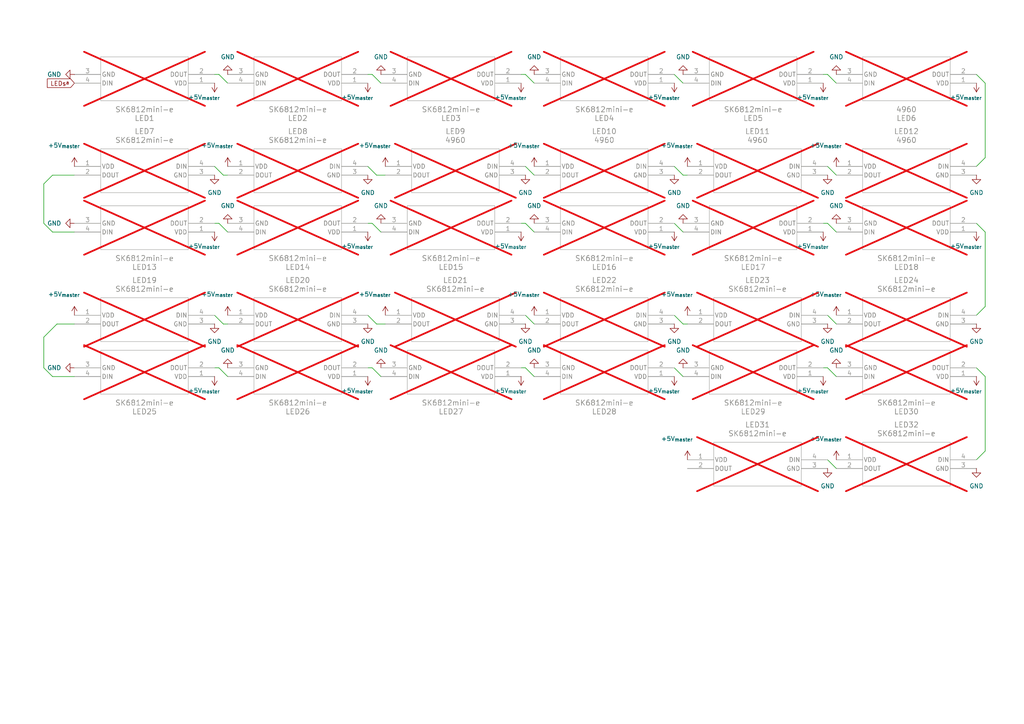
<source format=kicad_sch>
(kicad_sch (version 20250114) (generator "eeschema") (generator_version "9.0")
  (paper "A4")
  (lib_symbols
    (symbol "leds:4960" (pin_names (offset 0.254))
      (property "Reference" "LED" (at 20.32 10.16 0))
      (property "Value" "4960" (at 20.32 7.62 0))
      (symbol "4960_0_1"
        (polyline (pts (xy 7.62 5.08) (xy 7.62 -7.62)) (stroke (width 0.127)))
        (polyline (pts (xy 7.62 -7.62) (xy 33.02 -7.62)) (stroke (width 0.127)))
        (polyline (pts (xy 33.02 5.08) (xy 7.62 5.08)) (stroke (width 0.127)))
        (polyline (pts (xy 33.02 -7.62) (xy 33.02 5.08)) (stroke (width 0.127)))
        (pin power_in line (at 0 0 0) (length 7.62) (name "VDD") (number "1"))
        (pin output line (at 0 -2.54 0) (length 7.62) (name "DOUT") (number "2"))
        (pin input line (at 40.64 0 180) (length 7.62) (name "DIN") (number "4"))
        (pin power_out line (at 40.64 -2.54 180) (length 7.62) (name "GND") (number "3"))
      )
    )
    (symbol "power:+5V" (power) (pin_numbers (hide yes)) (pin_names (offset 0) (hide yes))
      (property "Value" "+5V" (at 0 3.556 0))
      (symbol "+5V_0_1"
        (polyline (pts (xy -0.762 1.27) (xy 0 2.54)))
        (polyline (pts (xy 0 2.54) (xy 0.762 1.27)))
        (polyline (pts (xy 0 0) (xy 0 2.54)))
      )
      (symbol "+5V_1_1"
        (pin power_in line (at 0 0 90) (length 0) (name "~") (number "1"))
      )
    )
    (symbol "power:GND" (power) (pin_numbers (hide yes)) (pin_names (offset 0) (hide yes))
      (property "Value" "GND" (at 0 -3.81 0))
      (symbol "GND_0_1"
        (polyline (pts (xy 0 0) (xy 0 -1.27) (xy 1.27 -1.27) (xy 0 -2.54) (xy -1.27 -1.27) (xy 0 -1.27)))
      )
      (symbol "GND_1_1"
        (pin power_in line (at 0 0 270) (length 0) (name "~") (number "1"))
      )
    )
  )
  (wire (pts (xy 15.24 50.8) (xy 12.7 53.34)))
  (wire (pts (xy 66.04 50.8) (xy 64.77 50.8)))
  (wire (pts (xy 195.58 64.77) (xy 198.12 67.31)))
  (wire (pts (xy 12.7 53.34) (xy 12.7 64.77)))
  (wire (pts (xy 63.5 64.77) (xy 66.04 67.31)))
  (wire (pts (xy 285.75 130.81) (xy 283.21 133.35)))
  (wire (pts (xy 12.7 106.68) (xy 15.24 109.22)))
  (wire (pts (xy 240.03 64.77) (xy 242.57 67.31)))
  (wire (pts (xy 285.75 109.22) (xy 285.75 130.81)))
  (wire (pts (xy 151.13 21.59) (xy 152.4 21.59)))
  (wire (pts (xy 238.76 64.77) (xy 240.03 64.77)))
  (wire (pts (xy 285.75 88.9) (xy 283.21 91.44)))
  (wire (pts (xy 152.4 64.77) (xy 154.94 67.31)))
  (wire (pts (xy 106.68 48.26) (xy 109.22 50.8)))
  (wire (pts (xy 242.57 50.8) (xy 240.03 48.26)))
  (wire (pts (xy 151.13 106.68) (xy 152.4 106.68)))
  (wire (pts (xy 64.77 50.8) (xy 62.23 48.26)))
  (wire (pts (xy 152.4 21.59) (xy 154.94 24.13)))
  (wire (pts (xy 66.04 93.98) (xy 64.77 93.98)))
  (wire (pts (xy 240.03 21.59) (xy 242.57 24.13)))
  (wire (pts (xy 285.75 24.13) (xy 285.75 45.72)))
  (wire (pts (xy 107.95 64.77) (xy 110.49 67.31)))
  (wire (pts (xy 62.23 106.68) (xy 63.5 106.68)))
  (wire (pts (xy 62.23 64.77) (xy 63.5 64.77)))
  (wire (pts (xy 106.68 91.44) (xy 109.22 93.98)))
  (wire (pts (xy 62.23 21.59) (xy 63.5 21.59)))
  (wire (pts (xy 242.57 135.89) (xy 240.03 133.35)))
  (wire (pts (xy 151.13 64.77) (xy 152.4 64.77)))
  (wire (pts (xy 154.94 93.98) (xy 152.4 91.44)))
  (wire (pts (xy 106.68 21.59) (xy 107.95 21.59)))
  (wire (pts (xy 21.59 93.98) (xy 16.51 93.98)))
  (wire (pts (xy 238.76 106.68) (xy 240.03 106.68)))
  (wire (pts (xy 21.59 50.8) (xy 15.24 50.8)))
  (wire (pts (xy 15.24 109.22) (xy 21.59 109.22)))
  (wire (pts (xy 152.4 106.68) (xy 154.94 109.22)))
  (wire (pts (xy 12.7 97.79) (xy 12.7 106.68)))
  (wire (pts (xy 63.5 21.59) (xy 66.04 24.13)))
  (wire (pts (xy 238.76 21.59) (xy 240.03 21.59)))
  (wire (pts (xy 198.12 93.98) (xy 195.58 91.44)))
  (wire (pts (xy 63.5 106.68) (xy 66.04 109.22)))
  (wire (pts (xy 283.21 21.59) (xy 285.75 24.13)))
  (wire (pts (xy 106.68 64.77) (xy 107.95 64.77)))
  (wire (pts (xy 195.58 106.68) (xy 198.12 109.22)))
  (wire (pts (xy 107.95 106.68) (xy 110.49 109.22)))
  (wire (pts (xy 240.03 106.68) (xy 242.57 109.22)))
  (wire (pts (xy 16.51 93.98) (xy 12.7 97.79)))
  (wire (pts (xy 15.24 67.31) (xy 21.59 67.31)))
  (wire (pts (xy 111.76 50.8) (xy 109.22 50.8)))
  (wire (pts (xy 285.75 67.31) (xy 285.75 88.9)))
  (wire (pts (xy 283.21 64.77) (xy 285.75 67.31)))
  (wire (pts (xy 199.39 50.8) (xy 198.12 50.8)))
  (wire (pts (xy 107.95 21.59) (xy 110.49 24.13)))
  (wire (pts (xy 199.39 93.98) (xy 198.12 93.98)))
  (wire (pts (xy 242.57 93.98) (xy 240.03 91.44)))
  (wire (pts (xy 283.21 106.68) (xy 285.75 109.22)))
  (wire (pts (xy 195.58 21.59) (xy 198.12 24.13)))
  (wire (pts (xy 154.94 50.8) (xy 152.4 48.26)))
  (wire (pts (xy 106.68 106.68) (xy 107.95 106.68)))
  (wire (pts (xy 64.77 93.98) (xy 62.23 91.44)))
  (wire (pts (xy 285.75 45.72) (xy 283.21 48.26)))
  (wire (pts (xy 12.7 64.77) (xy 15.24 67.31)))
  (wire (pts (xy 111.76 93.98) (xy 109.22 93.98)))
  (wire (pts (xy 198.12 50.8) (xy 195.58 48.26)))
  (global_label "LEDs^{a}" (shape input) (at 21.59 24.13 180) (property "Intersheetrefs" "${INTERSHEET_REFS}" (effects (hide yes))))
  (symbol (lib_id "power:GND") (at 110.49 64.77 180) (unit 1)
    (property "Reference" "#PWR094" (effects (hide yes)))
    (property "Value" "GND" (at 110.49 59.69 0))
    (property "Description" "Power symbol creates a global label with name \"GND\" , ground" (effects (hide yes)))
  )
  (symbol (lib_id "leds:4960") (at 106.68 24.13 180) (unit 1) (dnp yes)
    (property "Reference" "LED2" (at 86.36 34.29 0) (effects (font (size 1.524 1.524))))
    (property "Value" "SK6812mini-e" (at 86.36 31.75 0) (effects (font (size 1.524 1.524))))
    (property "Footprint" "easyeda2kicad:LED-SMD_L3.2-W2.8-LS5.9_SK6812MINI-E" (effects (hide yes)))
    (property "Datasheet" "4960" (effects (hide yes)))
  )
  (symbol (lib_id "leds:4960") (at 199.39 48.26 0) (unit 1) (dnp yes)
    (property "Reference" "LED11" (at 219.71 38.1 0) (effects (font (size 1.524 1.524))))
    (property "Value" "4960" (at 219.71 40.64 0) (effects (font (size 1.524 1.524))))
    (property "Footprint" "easyeda2kicad:LED-SMD_L3.2-W2.8-LS5.9_SK6812MINI-E" (effects (hide yes)))
    (property "Datasheet" "4960" (effects (hide yes)))
  )
  (symbol (lib_id "power:GND") (at 110.49 21.59 180) (unit 1)
    (property "Reference" "#PWR070" (effects (hide yes)))
    (property "Value" "GND" (at 110.49 16.51 0))
    (property "Description" "Power symbol creates a global label with name \"GND\" , ground" (effects (hide yes)))
  )
  (symbol (lib_id "leds:4960") (at 195.58 24.13 180) (unit 1) (dnp yes)
    (property "Reference" "LED4" (at 175.26 34.29 0) (effects (font (size 1.524 1.524))))
    (property "Value" "SK6812mini-e" (at 175.26 31.75 0) (effects (font (size 1.524 1.524))))
    (property "Footprint" "easyeda2kicad:LED-SMD_L3.2-W2.8-LS5.9_SK6812MINI-E" (effects (hide yes)))
    (property "Datasheet" "4960" (effects (hide yes)))
  )
  (symbol (lib_id "leds:4960") (at 154.94 91.44 0) (unit 1) (dnp yes)
    (property "Reference" "LED22" (at 175.26 81.28 0) (effects (font (size 1.524 1.524))))
    (property "Value" "SK6812mini-e" (at 175.26 83.82 0) (effects (font (size 1.524 1.524))))
    (property "Footprint" "easyeda2kicad:LED-SMD_L3.2-W2.8-LS5.9_SK6812MINI-E" (effects (hide yes)))
    (property "Datasheet" "4960" (effects (hide yes)))
  )
  (symbol (lib_id "power:GND") (at 195.58 93.98 0) (unit 1)
    (property "Reference" "#PWR0113" (effects (hide yes)))
    (property "Value" "GND" (at 195.58 99.06 0))
    (property "Description" "Power symbol creates a global label with name \"GND\" , ground" (effects (hide yes)))
  )
  (symbol (lib_id "power:+5V") (at 111.76 91.44 0) (unit 1)
    (property "Reference" "#PWR0106" (effects (hide yes)))
    (property "Value" "+5V_{master}" (at 108.712 85.344 0))
    (property "Description" "Power symbol creates a global label with name \"+5V\"" (effects (hide yes)))
  )
  (symbol (lib_id "power:GND") (at 283.21 93.98 0) (unit 1)
    (property "Reference" "#PWR0115" (effects (hide yes)))
    (property "Value" "GND" (at 283.21 99.06 0))
    (property "Description" "Power symbol creates a global label with name \"GND\" , ground" (effects (hide yes)))
  )
  (symbol (lib_id "leds:4960") (at 62.23 67.31 180) (unit 1) (dnp yes)
    (property "Reference" "LED13" (at 41.91 77.47 0) (effects (font (size 1.524 1.524))))
    (property "Value" "SK6812mini-e" (at 41.91 74.93 0) (effects (font (size 1.524 1.524))))
    (property "Footprint" "easyeda2kicad:LED-SMD_L3.2-W2.8-LS5.9_SK6812MINI-E" (effects (hide yes)))
    (property "Datasheet" "4960" (effects (hide yes)))
  )
  (symbol (lib_id "leds:4960") (at 106.68 67.31 180) (unit 1) (dnp yes)
    (property "Reference" "LED14" (at 86.36 77.47 0) (effects (font (size 1.524 1.524))))
    (property "Value" "SK6812mini-e" (at 86.36 74.93 0) (effects (font (size 1.524 1.524))))
    (property "Footprint" "easyeda2kicad:LED-SMD_L3.2-W2.8-LS5.9_SK6812MINI-E" (effects (hide yes)))
    (property "Datasheet" "4960" (effects (hide yes)))
  )
  (symbol (lib_id "power:GND") (at 152.4 93.98 0) (unit 1)
    (property "Reference" "#PWR0112" (effects (hide yes)))
    (property "Value" "GND" (at 152.4 99.06 0))
    (property "Description" "Power symbol creates a global label with name \"GND\" , ground" (effects (hide yes)))
  )
  (symbol (lib_id "power:GND") (at 283.21 50.8 0) (unit 1)
    (property "Reference" "#PWR091" (effects (hide yes)))
    (property "Value" "GND" (at 283.21 55.88 0))
    (property "Description" "Power symbol creates a global label with name \"GND\" , ground" (effects (hide yes)))
  )
  (symbol (lib_id "power:GND") (at 106.68 93.98 0) (unit 1)
    (property "Reference" "#PWR0111" (effects (hide yes)))
    (property "Value" "GND" (at 106.68 99.06 0))
    (property "Description" "Power symbol creates a global label with name \"GND\" , ground" (effects (hide yes)))
  )
  (symbol (lib_id "leds:4960") (at 238.76 109.22 180) (unit 1) (dnp yes)
    (property "Reference" "LED29" (at 218.44 119.38 0) (effects (font (size 1.524 1.524))))
    (property "Value" "SK6812mini-e" (at 218.44 116.84 0) (effects (font (size 1.524 1.524))))
    (property "Footprint" "easyeda2kicad:LED-SMD_L3.2-W2.8-LS5.9_SK6812MINI-E" (effects (hide yes)))
    (property "Datasheet" "4960" (effects (hide yes)))
  )
  (symbol (lib_id "leds:4960") (at 106.68 109.22 180) (unit 1) (dnp yes)
    (property "Reference" "LED26" (at 86.36 119.38 0) (effects (font (size 1.524 1.524))))
    (property "Value" "SK6812mini-e" (at 86.36 116.84 0) (effects (font (size 1.524 1.524))))
    (property "Footprint" "easyeda2kicad:LED-SMD_L3.2-W2.8-LS5.9_SK6812MINI-E" (effects (hide yes)))
    (property "Datasheet" "4960" (effects (hide yes)))
  )
  (symbol (lib_id "power:GND") (at 240.03 50.8 0) (unit 1)
    (property "Reference" "#PWR090" (effects (hide yes)))
    (property "Value" "GND" (at 240.03 55.88 0))
    (property "Description" "Power symbol creates a global label with name \"GND\" , ground" (effects (hide yes)))
  )
  (symbol (lib_id "power:GND") (at 195.58 50.8 0) (unit 1)
    (property "Reference" "#PWR089" (effects (hide yes)))
    (property "Value" "GND" (at 195.58 55.88 0))
    (property "Description" "Power symbol creates a global label with name \"GND\" , ground" (effects (hide yes)))
  )
  (symbol (lib_id "power:+5V") (at 151.13 24.13 180) (unit 1)
    (property "Reference" "#PWR076" (effects (hide yes)))
    (property "Value" "+5V_{master}" (at 148.082 28.194 0))
    (property "Description" "Power symbol creates a global label with name \"+5V\"" (effects (hide yes)))
  )
  (symbol (lib_id "power:GND") (at 242.57 21.59 180) (unit 1)
    (property "Reference" "#PWR073" (effects (hide yes)))
    (property "Value" "GND" (at 242.57 16.51 0))
    (property "Description" "Power symbol creates a global label with name \"GND\" , ground" (effects (hide yes)))
  )
  (symbol (lib_id "power:GND") (at 240.03 93.98 0) (unit 1)
    (property "Reference" "#PWR0114" (effects (hide yes)))
    (property "Value" "GND" (at 240.03 99.06 0))
    (property "Description" "Power symbol creates a global label with name \"GND\" , ground" (effects (hide yes)))
  )
  (symbol (lib_id "power:+5V") (at 195.58 109.22 180) (unit 1)
    (property "Reference" "#PWR0125" (effects (hide yes)))
    (property "Value" "+5V_{master}" (at 192.532 113.284 0))
    (property "Description" "Power symbol creates a global label with name \"+5V\"" (effects (hide yes)))
  )
  (symbol (lib_id "leds:4960") (at 283.21 109.22 180) (unit 1) (dnp yes)
    (property "Reference" "LED30" (at 262.89 119.38 0) (effects (font (size 1.524 1.524))))
    (property "Value" "SK6812mini-e" (at 262.89 116.84 0) (effects (font (size 1.524 1.524))))
    (property "Footprint" "easyeda2kicad:LED-SMD_L3.2-W2.8-LS5.9_SK6812MINI-E" (effects (hide yes)))
    (property "Datasheet" "4960" (effects (hide yes)))
  )
  (symbol (lib_id "power:GND") (at 152.4 50.8 0) (unit 1)
    (property "Reference" "#PWR088" (effects (hide yes)))
    (property "Value" "GND" (at 152.4 55.88 0))
    (property "Description" "Power symbol creates a global label with name \"GND\" , ground" (effects (hide yes)))
  )
  (symbol (lib_id "leds:4960") (at 154.94 48.26 0) (unit 1) (dnp yes)
    (property "Reference" "LED10" (at 175.26 38.1 0) (effects (font (size 1.524 1.524))))
    (property "Value" "4960" (at 175.26 40.64 0) (effects (font (size 1.524 1.524))))
    (property "Footprint" "easyeda2kicad:LED-SMD_L3.2-W2.8-LS5.9_SK6812MINI-E" (effects (hide yes)))
    (property "Datasheet" "4960" (effects (hide yes)))
  )
  (symbol (lib_id "leds:4960") (at 66.04 48.26 0) (unit 1) (dnp yes)
    (property "Reference" "LED8" (at 86.36 38.1 0) (effects (font (size 1.524 1.524))))
    (property "Value" "SK6812mini-e" (at 86.36 40.64 0) (effects (font (size 1.524 1.524))))
    (property "Footprint" "easyeda2kicad:LED-SMD_L3.2-W2.8-LS5.9_SK6812MINI-E" (effects (hide yes)))
    (property "Datasheet" "4960" (effects (hide yes)))
  )
  (symbol (lib_id "power:GND") (at 62.23 50.8 0) (unit 1)
    (property "Reference" "#PWR086" (effects (hide yes)))
    (property "Value" "GND" (at 62.23 55.88 0))
    (property "Description" "Power symbol creates a global label with name \"GND\" , ground" (effects (hide yes)))
  )
  (symbol (lib_id "power:+5V") (at 283.21 24.13 180) (unit 1)
    (property "Reference" "#PWR079" (effects (hide yes)))
    (property "Value" "+5V_{master}" (at 280.162 28.194 0))
    (property "Description" "Power symbol creates a global label with name \"+5V\"" (effects (hide yes)))
  )
  (symbol (lib_id "leds:4960") (at 242.57 48.26 0) (unit 1) (dnp yes)
    (property "Reference" "LED12" (at 262.89 38.1 0) (effects (font (size 1.524 1.524))))
    (property "Value" "4960" (at 262.89 40.64 0) (effects (font (size 1.524 1.524))))
    (property "Footprint" "easyeda2kicad:LED-SMD_L3.2-W2.8-LS5.9_SK6812MINI-E" (effects (hide yes)))
    (property "Datasheet" "4960" (effects (hide yes)))
  )
  (symbol (lib_id "leds:4960") (at 199.39 91.44 0) (unit 1) (dnp yes)
    (property "Reference" "LED23" (at 219.71 81.28 0) (effects (font (size 1.524 1.524))))
    (property "Value" "SK6812mini-e" (at 219.71 83.82 0) (effects (font (size 1.524 1.524))))
    (property "Footprint" "easyeda2kicad:LED-SMD_L3.2-W2.8-LS5.9_SK6812MINI-E" (effects (hide yes)))
    (property "Datasheet" "4960" (effects (hide yes)))
  )
  (symbol (lib_id "power:GND") (at 198.12 21.59 180) (unit 1)
    (property "Reference" "#PWR072" (effects (hide yes)))
    (property "Value" "GND" (at 198.12 16.51 0))
    (property "Description" "Power symbol creates a global label with name \"GND\" , ground" (effects (hide yes)))
  )
  (symbol (lib_id "leds:4960") (at 151.13 109.22 180) (unit 1) (dnp yes)
    (property "Reference" "LED27" (at 130.81 119.38 0) (effects (font (size 1.524 1.524))))
    (property "Value" "SK6812mini-e" (at 130.81 116.84 0) (effects (font (size 1.524 1.524))))
    (property "Footprint" "easyeda2kicad:LED-SMD_L3.2-W2.8-LS5.9_SK6812MINI-E" (effects (hide yes)))
    (property "Datasheet" "4960" (effects (hide yes)))
  )
  (symbol (lib_id "power:GND") (at 242.57 106.68 180) (unit 1)
    (property "Reference" "#PWR0121" (effects (hide yes)))
    (property "Value" "GND" (at 242.57 101.6 0))
    (property "Description" "Power symbol creates a global label with name \"GND\" , ground" (effects (hide yes)))
  )
  (symbol (lib_id "power:+5V") (at 111.76 48.26 0) (unit 1)
    (property "Reference" "#PWR082" (effects (hide yes)))
    (property "Value" "+5V_{master}" (at 108.712 42.164 0))
    (property "Description" "Power symbol creates a global label with name \"+5V\"" (effects (hide yes)))
  )
  (symbol (lib_id "power:+5V") (at 283.21 67.31 180) (unit 1)
    (property "Reference" "#PWR0103" (effects (hide yes)))
    (property "Value" "+5V_{master}" (at 280.162 71.374 0))
    (property "Description" "Power symbol creates a global label with name \"+5V\"" (effects (hide yes)))
  )
  (symbol (lib_id "power:GND") (at 21.59 21.59 270) (unit 1)
    (property "Reference" "#PWR068" (effects (hide yes)))
    (property "Value" "GND" (at 17.78 21.5901 90) (effects (justify right)))
    (property "Description" "Power symbol creates a global label with name \"GND\" , ground" (effects (hide yes)))
  )
  (symbol (lib_id "power:+5V") (at 106.68 24.13 180) (unit 1)
    (property "Reference" "#PWR075" (effects (hide yes)))
    (property "Value" "+5V_{master}" (at 103.632 28.194 0))
    (property "Description" "Power symbol creates a global label with name \"+5V\"" (effects (hide yes)))
  )
  (symbol (lib_id "power:+5V") (at 199.39 133.35 0) (unit 1)
    (property "Reference" "#PWR0128" (effects (hide yes)))
    (property "Value" "+5V_{master}" (at 196.342 127.254 0))
    (property "Description" "Power symbol creates a global label with name \"+5V\"" (effects (hide yes)))
  )
  (symbol (lib_id "power:+5V") (at 199.39 48.26 0) (unit 1)
    (property "Reference" "#PWR084" (effects (hide yes)))
    (property "Value" "+5V_{master}" (at 196.342 42.164 0))
    (property "Description" "Power symbol creates a global label with name \"+5V\"" (effects (hide yes)))
  )
  (symbol (lib_id "power:GND") (at 66.04 64.77 180) (unit 1)
    (property "Reference" "#PWR093" (effects (hide yes)))
    (property "Value" "GND" (at 66.04 59.69 0))
    (property "Description" "Power symbol creates a global label with name \"GND\" , ground" (effects (hide yes)))
  )
  (symbol (lib_id "power:+5V") (at 66.04 91.44 0) (unit 1)
    (property "Reference" "#PWR0105" (effects (hide yes)))
    (property "Value" "+5V_{master}" (at 62.992 85.344 0))
    (property "Description" "Power symbol creates a global label with name \"+5V\"" (effects (hide yes)))
  )
  (symbol (lib_id "leds:4960") (at 111.76 48.26 0) (unit 1) (dnp yes)
    (property "Reference" "LED9" (at 132.08 38.1 0) (effects (font (size 1.524 1.524))))
    (property "Value" "4960" (at 132.08 40.64 0) (effects (font (size 1.524 1.524))))
    (property "Footprint" "easyeda2kicad:LED-SMD_L3.2-W2.8-LS5.9_SK6812MINI-E" (effects (hide yes)))
    (property "Datasheet" "4960" (effects (hide yes)))
  )
  (symbol (lib_id "leds:4960") (at 21.59 91.44 0) (unit 1) (dnp yes)
    (property "Reference" "LED19" (at 41.91 81.28 0) (effects (font (size 1.524 1.524))))
    (property "Value" "SK6812mini-e" (at 41.91 83.82 0) (effects (font (size 1.524 1.524))))
    (property "Footprint" "easyeda2kicad:LED-SMD_L3.2-W2.8-LS5.9_SK6812MINI-E" (effects (hide yes)))
    (property "Datasheet" "4960" (effects (hide yes)))
  )
  (symbol (lib_id "power:GND") (at 154.94 64.77 180) (unit 1)
    (property "Reference" "#PWR095" (effects (hide yes)))
    (property "Value" "GND" (at 154.94 59.69 0))
    (property "Description" "Power symbol creates a global label with name \"GND\" , ground" (effects (hide yes)))
  )
  (symbol (lib_id "leds:4960") (at 283.21 24.13 180) (unit 1) (dnp yes)
    (property "Reference" "LED6" (at 262.89 34.29 0) (effects (font (size 1.524 1.524))))
    (property "Value" "4960" (at 262.89 31.75 0) (effects (font (size 1.524 1.524))))
    (property "Footprint" "easyeda2kicad:LED-SMD_L3.2-W2.8-LS5.9_SK6812MINI-E" (effects (hide yes)))
    (property "Datasheet" "4960" (effects (hide yes)))
  )
  (symbol (lib_id "leds:4960") (at 238.76 24.13 180) (unit 1) (dnp yes)
    (property "Reference" "LED5" (at 218.44 34.29 0) (effects (font (size 1.524 1.524))))
    (property "Value" "SK6812mini-e" (at 218.44 31.75 0) (effects (font (size 1.524 1.524))))
    (property "Footprint" "easyeda2kicad:LED-SMD_L3.2-W2.8-LS5.9_SK6812MINI-E" (effects (hide yes)))
    (property "Datasheet" "4960" (effects (hide yes)))
  )
  (symbol (lib_id "power:GND") (at 21.59 106.68 270) (unit 1)
    (property "Reference" "#PWR0116" (effects (hide yes)))
    (property "Value" "GND" (at 17.78 106.6801 90) (effects (justify right)))
    (property "Description" "Power symbol creates a global label with name \"GND\" , ground" (effects (hide yes)))
  )
  (symbol (lib_id "power:GND") (at 66.04 106.68 180) (unit 1)
    (property "Reference" "#PWR0117" (effects (hide yes)))
    (property "Value" "GND" (at 66.04 101.6 0))
    (property "Description" "Power symbol creates a global label with name \"GND\" , ground" (effects (hide yes)))
  )
  (symbol (lib_id "power:+5V") (at 106.68 67.31 180) (unit 1)
    (property "Reference" "#PWR099" (effects (hide yes)))
    (property "Value" "+5V_{master}" (at 103.632 71.374 0))
    (property "Description" "Power symbol creates a global label with name \"+5V\"" (effects (hide yes)))
  )
  (symbol (lib_id "leds:4960") (at 151.13 24.13 180) (unit 1) (dnp yes)
    (property "Reference" "LED3" (at 130.81 34.29 0) (effects (font (size 1.524 1.524))))
    (property "Value" "SK6812mini-e" (at 130.81 31.75 0) (effects (font (size 1.524 1.524))))
    (property "Footprint" "easyeda2kicad:LED-SMD_L3.2-W2.8-LS5.9_SK6812MINI-E" (effects (hide yes)))
    (property "Datasheet" "4960" (effects (hide yes)))
  )
  (symbol (lib_id "power:+5V") (at 21.59 48.26 0) (unit 1)
    (property "Reference" "#PWR080" (effects (hide yes)))
    (property "Value" "+5V_{master}" (at 18.542 42.164 0))
    (property "Description" "Power symbol creates a global label with name \"+5V\"" (effects (hide yes)))
  )
  (symbol (lib_id "power:GND") (at 198.12 64.77 180) (unit 1)
    (property "Reference" "#PWR096" (effects (hide yes)))
    (property "Value" "GND" (at 198.12 59.69 0))
    (property "Description" "Power symbol creates a global label with name \"GND\" , ground" (effects (hide yes)))
  )
  (symbol (lib_id "leds:4960") (at 238.76 67.31 180) (unit 1) (dnp yes)
    (property "Reference" "LED17" (at 218.44 77.47 0) (effects (font (size 1.524 1.524))))
    (property "Value" "SK6812mini-e" (at 218.44 74.93 0) (effects (font (size 1.524 1.524))))
    (property "Footprint" "easyeda2kicad:LED-SMD_L3.2-W2.8-LS5.9_SK6812MINI-E" (effects (hide yes)))
    (property "Datasheet" "4960" (effects (hide yes)))
  )
  (symbol (lib_id "leds:4960") (at 62.23 24.13 180) (unit 1) (dnp yes)
    (property "Reference" "LED1" (at 41.91 34.29 0) (effects (font (size 1.524 1.524))))
    (property "Value" "SK6812mini-e" (at 41.91 31.75 0) (effects (font (size 1.524 1.524))))
    (property "Footprint" "easyeda2kicad:LED-SMD_L3.2-W2.8-LS5.9_SK6812MINI-E" (effects (hide yes)))
    (property "Datasheet" "4960" (effects (hide yes)))
  )
  (symbol (lib_id "power:+5V") (at 195.58 67.31 180) (unit 1)
    (property "Reference" "#PWR0101" (effects (hide yes)))
    (property "Value" "+5V_{master}" (at 192.532 71.374 0))
    (property "Description" "Power symbol creates a global label with name \"+5V\"" (effects (hide yes)))
  )
  (symbol (lib_id "power:GND") (at 240.03 135.89 0) (unit 1)
    (property "Reference" "#PWR0130" (effects (hide yes)))
    (property "Value" "GND" (at 240.03 140.97 0))
    (property "Description" "Power symbol creates a global label with name \"GND\" , ground" (effects (hide yes)))
  )
  (symbol (lib_id "power:+5V") (at 238.76 109.22 180) (unit 1)
    (property "Reference" "#PWR0126" (effects (hide yes)))
    (property "Value" "+5V_{master}" (at 235.712 113.284 0))
    (property "Description" "Power symbol creates a global label with name \"+5V\"" (effects (hide yes)))
  )
  (symbol (lib_id "power:GND") (at 106.68 50.8 0) (unit 1)
    (property "Reference" "#PWR087" (effects (hide yes)))
    (property "Value" "GND" (at 106.68 55.88 0))
    (property "Description" "Power symbol creates a global label with name \"GND\" , ground" (effects (hide yes)))
  )
  (symbol (lib_id "power:+5V") (at 106.68 109.22 180) (unit 1)
    (property "Reference" "#PWR0123" (effects (hide yes)))
    (property "Value" "+5V_{master}" (at 103.632 113.284 0))
    (property "Description" "Power symbol creates a global label with name \"+5V\"" (effects (hide yes)))
  )
  (symbol (lib_id "leds:4960") (at 242.57 133.35 0) (unit 1) (dnp yes)
    (property "Reference" "LED32" (at 262.89 123.19 0) (effects (font (size 1.524 1.524))))
    (property "Value" "SK6812mini-e" (at 262.89 125.73 0) (effects (font (size 1.524 1.524))))
    (property "Footprint" "easyeda2kicad:LED-SMD_L3.2-W2.8-LS5.9_SK6812MINI-E" (effects (hide yes)))
    (property "Datasheet" "4960" (effects (hide yes)))
  )
  (symbol (lib_id "leds:4960") (at 66.04 91.44 0) (unit 1) (dnp yes)
    (property "Reference" "LED20" (at 86.36 81.28 0) (effects (font (size 1.524 1.524))))
    (property "Value" "SK6812mini-e" (at 86.36 83.82 0) (effects (font (size 1.524 1.524))))
    (property "Footprint" "easyeda2kicad:LED-SMD_L3.2-W2.8-LS5.9_SK6812MINI-E" (effects (hide yes)))
    (property "Datasheet" "4960" (effects (hide yes)))
  )
  (symbol (lib_id "power:+5V") (at 283.21 109.22 180) (unit 1)
    (property "Reference" "#PWR0127" (effects (hide yes)))
    (property "Value" "+5V_{master}" (at 280.162 113.284 0))
    (property "Description" "Power symbol creates a global label with name \"+5V\"" (effects (hide yes)))
  )
  (symbol (lib_id "power:+5V") (at 151.13 67.31 180) (unit 1)
    (property "Reference" "#PWR0100" (effects (hide yes)))
    (property "Value" "+5V_{master}" (at 148.082 71.374 0))
    (property "Description" "Power symbol creates a global label with name \"+5V\"" (effects (hide yes)))
  )
  (symbol (lib_id "power:GND") (at 21.59 64.77 270) (unit 1)
    (property "Reference" "#PWR092" (effects (hide yes)))
    (property "Value" "GND" (at 17.78 64.7701 90) (effects (justify right)))
    (property "Description" "Power symbol creates a global label with name \"GND\" , ground" (effects (hide yes)))
  )
  (symbol (lib_id "power:+5V") (at 151.13 109.22 180) (unit 1)
    (property "Reference" "#PWR0124" (effects (hide yes)))
    (property "Value" "+5V_{master}" (at 148.082 113.284 0))
    (property "Description" "Power symbol creates a global label with name \"+5V\"" (effects (hide yes)))
  )
  (symbol (lib_id "leds:4960") (at 62.23 109.22 180) (unit 1) (dnp yes)
    (property "Reference" "LED25" (at 41.91 119.38 0) (effects (font (size 1.524 1.524))))
    (property "Value" "SK6812mini-e" (at 41.91 116.84 0) (effects (font (size 1.524 1.524))))
    (property "Footprint" "easyeda2kicad:LED-SMD_L3.2-W2.8-LS5.9_SK6812MINI-E" (effects (hide yes)))
    (property "Datasheet" "4960" (effects (hide yes)))
  )
  (symbol (lib_id "power:+5V") (at 62.23 109.22 180) (unit 1)
    (property "Reference" "#PWR0122" (effects (hide yes)))
    (property "Value" "+5V_{master}" (at 59.182 113.284 0))
    (property "Description" "Power symbol creates a global label with name \"+5V\"" (effects (hide yes)))
  )
  (symbol (lib_id "power:+5V") (at 242.57 91.44 0) (unit 1)
    (property "Reference" "#PWR0109" (effects (hide yes)))
    (property "Value" "+5V_{master}" (at 239.522 85.344 0))
    (property "Description" "Power symbol creates a global label with name \"+5V\"" (effects (hide yes)))
  )
  (symbol (lib_id "power:+5V") (at 154.94 91.44 0) (unit 1)
    (property "Reference" "#PWR0107" (effects (hide yes)))
    (property "Value" "+5V_{master}" (at 151.892 85.344 0))
    (property "Description" "Power symbol creates a global label with name \"+5V\"" (effects (hide yes)))
  )
  (symbol (lib_id "power:GND") (at 66.04 21.59 180) (unit 1)
    (property "Reference" "#PWR069" (effects (hide yes)))
    (property "Value" "GND" (at 66.04 16.51 0))
    (property "Description" "Power symbol creates a global label with name \"GND\" , ground" (effects (hide yes)))
  )
  (symbol (lib_id "leds:4960") (at 199.39 133.35 0) (unit 1) (dnp yes)
    (property "Reference" "LED31" (at 219.71 123.19 0) (effects (font (size 1.524 1.524))))
    (property "Value" "SK6812mini-e" (at 219.71 125.73 0) (effects (font (size 1.524 1.524))))
    (property "Footprint" "easyeda2kicad:LED-SMD_L3.2-W2.8-LS5.9_SK6812MINI-E" (effects (hide yes)))
    (property "Datasheet" "4960" (effects (hide yes)))
  )
  (symbol (lib_id "leds:4960") (at 151.13 67.31 180) (unit 1) (dnp yes)
    (property "Reference" "LED15" (at 130.81 77.47 0) (effects (font (size 1.524 1.524))))
    (property "Value" "SK6812mini-e" (at 130.81 74.93 0) (effects (font (size 1.524 1.524))))
    (property "Footprint" "easyeda2kicad:LED-SMD_L3.2-W2.8-LS5.9_SK6812MINI-E" (effects (hide yes)))
    (property "Datasheet" "4960" (effects (hide yes)))
  )
  (symbol (lib_id "power:+5V") (at 195.58 24.13 180) (unit 1)
    (property "Reference" "#PWR077" (effects (hide yes)))
    (property "Value" "+5V_{master}" (at 192.532 28.194 0))
    (property "Description" "Power symbol creates a global label with name \"+5V\"" (effects (hide yes)))
  )
  (symbol (lib_id "power:+5V") (at 238.76 67.31 180) (unit 1)
    (property "Reference" "#PWR0102" (effects (hide yes)))
    (property "Value" "+5V_{master}" (at 235.712 71.374 0))
    (property "Description" "Power symbol creates a global label with name \"+5V\"" (effects (hide yes)))
  )
  (symbol (lib_id "power:+5V") (at 199.39 91.44 0) (unit 1)
    (property "Reference" "#PWR0108" (effects (hide yes)))
    (property "Value" "+5V_{master}" (at 196.342 85.344 0))
    (property "Description" "Power symbol creates a global label with name \"+5V\"" (effects (hide yes)))
  )
  (symbol (lib_id "leds:4960") (at 195.58 109.22 180) (unit 1) (dnp yes)
    (property "Reference" "LED28" (at 175.26 119.38 0) (effects (font (size 1.524 1.524))))
    (property "Value" "SK6812mini-e" (at 175.26 116.84 0) (effects (font (size 1.524 1.524))))
    (property "Footprint" "easyeda2kicad:LED-SMD_L3.2-W2.8-LS5.9_SK6812MINI-E" (effects (hide yes)))
    (property "Datasheet" "4960" (effects (hide yes)))
  )
  (symbol (lib_id "leds:4960") (at 242.57 91.44 0) (unit 1) (dnp yes)
    (property "Reference" "LED24" (at 262.89 81.28 0) (effects (font (size 1.524 1.524))))
    (property "Value" "SK6812mini-e" (at 262.89 83.82 0) (effects (font (size 1.524 1.524))))
    (property "Footprint" "easyeda2kicad:LED-SMD_L3.2-W2.8-LS5.9_SK6812MINI-E" (effects (hide yes)))
    (property "Datasheet" "4960" (effects (hide yes)))
  )
  (symbol (lib_id "power:GND") (at 154.94 21.59 180) (unit 1)
    (property "Reference" "#PWR071" (effects (hide yes)))
    (property "Value" "GND" (at 154.94 16.51 0))
    (property "Description" "Power symbol creates a global label with name \"GND\" , ground" (effects (hide yes)))
  )
  (symbol (lib_id "power:GND") (at 198.12 106.68 180) (unit 1)
    (property "Reference" "#PWR0120" (effects (hide yes)))
    (property "Value" "GND" (at 198.12 101.6 0))
    (property "Description" "Power symbol creates a global label with name \"GND\" , ground" (effects (hide yes)))
  )
  (symbol (lib_id "power:+5V") (at 62.23 24.13 180) (unit 1)
    (property "Reference" "#PWR074" (effects (hide yes)))
    (property "Value" "+5V_{master}" (at 59.182 28.194 0))
    (property "Description" "Power symbol creates a global label with name \"+5V\"" (effects (hide yes)))
  )
  (symbol (lib_id "power:GND") (at 110.49 106.68 180) (unit 1)
    (property "Reference" "#PWR0118" (effects (hide yes)))
    (property "Value" "GND" (at 110.49 101.6 0))
    (property "Description" "Power symbol creates a global label with name \"GND\" , ground" (effects (hide yes)))
  )
  (symbol (lib_id "power:+5V") (at 238.76 24.13 180) (unit 1)
    (property "Reference" "#PWR078" (effects (hide yes)))
    (property "Value" "+5V_{master}" (at 235.712 28.194 0))
    (property "Description" "Power symbol creates a global label with name \"+5V\"" (effects (hide yes)))
  )
  (symbol (lib_id "power:GND") (at 242.57 64.77 180) (unit 1)
    (property "Reference" "#PWR097" (effects (hide yes)))
    (property "Value" "GND" (at 242.57 59.69 0))
    (property "Description" "Power symbol creates a global label with name \"GND\" , ground" (effects (hide yes)))
  )
  (symbol (lib_id "power:+5V") (at 62.23 67.31 180) (unit 1)
    (property "Reference" "#PWR098" (effects (hide yes)))
    (property "Value" "+5V_{master}" (at 59.182 71.374 0))
    (property "Description" "Power symbol creates a global label with name \"+5V\"" (effects (hide yes)))
  )
  (symbol (lib_id "power:GND") (at 283.21 135.89 0) (unit 1)
    (property "Reference" "#PWR0131" (effects (hide yes)))
    (property "Value" "GND" (at 283.21 140.97 0))
    (property "Description" "Power symbol creates a global label with name \"GND\" , ground" (effects (hide yes)))
  )
  (symbol (lib_id "leds:4960") (at 111.76 91.44 0) (unit 1) (dnp yes)
    (property "Reference" "LED21" (at 132.08 81.28 0) (effects (font (size 1.524 1.524))))
    (property "Value" "SK6812mini-e" (at 132.08 83.82 0) (effects (font (size 1.524 1.524))))
    (property "Footprint" "easyeda2kicad:LED-SMD_L3.2-W2.8-LS5.9_SK6812MINI-E" (effects (hide yes)))
    (property "Datasheet" "4960" (effects (hide yes)))
  )
  (symbol (lib_id "leds:4960") (at 21.59 48.26 0) (unit 1) (dnp yes)
    (property "Reference" "LED7" (at 41.91 38.1 0) (effects (font (size 1.524 1.524))))
    (property "Value" "SK6812mini-e" (at 41.91 40.64 0) (effects (font (size 1.524 1.524))))
    (property "Footprint" "easyeda2kicad:LED-SMD_L3.2-W2.8-LS5.9_SK6812MINI-E" (effects (hide yes)))
    (property "Datasheet" "4960" (effects (hide yes)))
  )
  (symbol (lib_id "power:GND") (at 62.23 93.98 0) (unit 1)
    (property "Reference" "#PWR0110" (effects (hide yes)))
    (property "Value" "GND" (at 62.23 99.06 0))
    (property "Description" "Power symbol creates a global label with name \"GND\" , ground" (effects (hide yes)))
  )
  (symbol (lib_id "power:+5V") (at 21.59 91.44 0) (unit 1)
    (property "Reference" "#PWR0104" (effects (hide yes)))
    (property "Value" "+5V_{master}" (at 18.542 85.344 0))
    (property "Description" "Power symbol creates a global label with name \"+5V\"" (effects (hide yes)))
  )
  (symbol (lib_id "power:+5V") (at 242.57 48.26 0) (unit 1)
    (property "Reference" "#PWR085" (effects (hide yes)))
    (property "Value" "+5V_{master}" (at 239.522 42.164 0))
    (property "Description" "Power symbol creates a global label with name \"+5V\"" (effects (hide yes)))
  )
  (symbol (lib_id "power:+5V") (at 66.04 48.26 0) (unit 1)
    (property "Reference" "#PWR081" (effects (hide yes)))
    (property "Value" "+5V_{master}" (at 62.992 42.164 0))
    (property "Description" "Power symbol creates a global label with name \"+5V\"" (effects (hide yes)))
  )
  (symbol (lib_id "power:+5V") (at 154.94 48.26 0) (unit 1)
    (property "Reference" "#PWR083" (effects (hide yes)))
    (property "Value" "+5V_{master}" (at 151.892 42.164 0))
    (property "Description" "Power symbol creates a global label with name \"+5V\"" (effects (hide yes)))
  )
  (symbol (lib_id "leds:4960") (at 195.58 67.31 180) (unit 1) (dnp yes)
    (property "Reference" "LED16" (at 175.26 77.47 0) (effects (font (size 1.524 1.524))))
    (property "Value" "SK6812mini-e" (at 175.26 74.93 0) (effects (font (size 1.524 1.524))))
    (property "Footprint" "easyeda2kicad:LED-SMD_L3.2-W2.8-LS5.9_SK6812MINI-E" (effects (hide yes)))
    (property "Datasheet" "4960" (effects (hide yes)))
  )
  (symbol (lib_id "leds:4960") (at 283.21 67.31 180) (unit 1) (dnp yes)
    (property "Reference" "LED18" (at 262.89 77.47 0) (effects (font (size 1.524 1.524))))
    (property "Value" "SK6812mini-e" (at 262.89 74.93 0) (effects (font (size 1.524 1.524))))
    (property "Footprint" "easyeda2kicad:LED-SMD_L3.2-W2.8-LS5.9_SK6812MINI-E" (effects (hide yes)))
    (property "Datasheet" "4960" (effects (hide yes)))
  )
  (symbol (lib_id "power:+5V") (at 242.57 133.35 0) (unit 1)
    (property "Reference" "#PWR0129" (effects (hide yes)))
    (property "Value" "+5V_{master}" (at 239.522 127.254 0))
    (property "Description" "Power symbol creates a global label with name \"+5V\"" (effects (hide yes)))
  )
  (symbol (lib_id "power:GND") (at 154.94 106.68 180) (unit 1)
    (property "Reference" "#PWR0119" (effects (hide yes)))
    (property "Value" "GND" (at 154.94 101.6 0))
    (property "Description" "Power symbol creates a global label with name \"GND\" , ground" (effects (hide yes)))
  )
)
</source>
